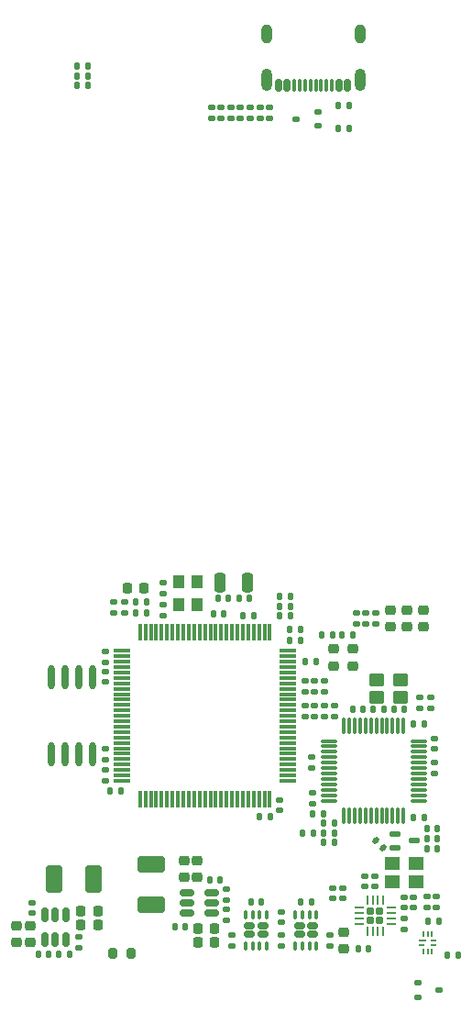
<source format=gbr>
%TF.GenerationSoftware,KiCad,Pcbnew,9.0.4-9.0.4-0~ubuntu24.04.1*%
%TF.CreationDate,2025-09-30T20:52:51+00:00*%
%TF.ProjectId,base-module,62617365-2d6d-46f6-9475-6c652e6b6963,1.1.1*%
%TF.SameCoordinates,Original*%
%TF.FileFunction,Paste,Top*%
%TF.FilePolarity,Positive*%
%FSLAX46Y46*%
G04 Gerber Fmt 4.6, Leading zero omitted, Abs format (unit mm)*
G04 Created by KiCad (PCBNEW 9.0.4-9.0.4-0~ubuntu24.04.1) date 2025-09-30 20:52:51*
%MOMM*%
%LPD*%
G01*
G04 APERTURE LIST*
G04 Aperture macros list*
%AMRoundRect*
0 Rectangle with rounded corners*
0 $1 Rounding radius*
0 $2 $3 $4 $5 $6 $7 $8 $9 X,Y pos of 4 corners*
0 Add a 4 corners polygon primitive as box body*
4,1,4,$2,$3,$4,$5,$6,$7,$8,$9,$2,$3,0*
0 Add four circle primitives for the rounded corners*
1,1,$1+$1,$2,$3*
1,1,$1+$1,$4,$5*
1,1,$1+$1,$6,$7*
1,1,$1+$1,$8,$9*
0 Add four rect primitives between the rounded corners*
20,1,$1+$1,$2,$3,$4,$5,0*
20,1,$1+$1,$4,$5,$6,$7,0*
20,1,$1+$1,$6,$7,$8,$9,0*
20,1,$1+$1,$8,$9,$2,$3,0*%
G04 Aperture macros list end*
%ADD10RoundRect,0.250001X0.999999X-0.499999X0.999999X0.499999X-0.999999X0.499999X-0.999999X-0.499999X0*%
%ADD11RoundRect,0.140000X-0.140000X-0.170000X0.140000X-0.170000X0.140000X0.170000X-0.140000X0.170000X0*%
%ADD12RoundRect,0.140000X0.170000X-0.140000X0.170000X0.140000X-0.170000X0.140000X-0.170000X-0.140000X0*%
%ADD13RoundRect,0.140000X0.140000X0.170000X-0.140000X0.170000X-0.140000X-0.170000X0.140000X-0.170000X0*%
%ADD14RoundRect,0.140000X-0.170000X0.140000X-0.170000X-0.140000X0.170000X-0.140000X0.170000X0.140000X0*%
%ADD15RoundRect,0.220000X0.220000X0.255000X-0.220000X0.255000X-0.220000X-0.255000X0.220000X-0.255000X0*%
%ADD16RoundRect,0.220000X0.255000X-0.220000X0.255000X0.220000X-0.255000X0.220000X-0.255000X-0.220000X0*%
%ADD17R,0.663000X0.225000*%
%ADD18R,0.563000X0.225000*%
%ADD19R,0.225000X0.563000*%
%ADD20RoundRect,0.225000X-0.250000X0.225000X-0.250000X-0.225000X0.250000X-0.225000X0.250000X0.225000X0*%
%ADD21RoundRect,0.150000X-0.512500X-0.150000X0.512500X-0.150000X0.512500X0.150000X-0.512500X0.150000X0*%
%ADD22RoundRect,0.220000X-0.255000X0.220000X-0.255000X-0.220000X0.255000X-0.220000X0.255000X0.220000X0*%
%ADD23RoundRect,0.225000X0.225000X0.250000X-0.225000X0.250000X-0.225000X-0.250000X0.225000X-0.250000X0*%
%ADD24RoundRect,0.250000X0.450000X0.350000X-0.450000X0.350000X-0.450000X-0.350000X0.450000X-0.350000X0*%
%ADD25RoundRect,0.075000X-0.075000X0.662500X-0.075000X-0.662500X0.075000X-0.662500X0.075000X0.662500X0*%
%ADD26RoundRect,0.075000X-0.662500X0.075000X-0.662500X-0.075000X0.662500X-0.075000X0.662500X0.075000X0*%
%ADD27RoundRect,0.150000X0.150000X0.425000X-0.150000X0.425000X-0.150000X-0.425000X0.150000X-0.425000X0*%
%ADD28RoundRect,0.075000X0.075000X0.500000X-0.075000X0.500000X-0.075000X-0.500000X0.075000X-0.500000X0*%
%ADD29O,1.000000X2.100000*%
%ADD30O,1.000000X1.800000*%
%ADD31RoundRect,0.112500X-0.237500X0.112500X-0.237500X-0.112500X0.237500X-0.112500X0.237500X0.112500X0*%
%ADD32R,1.100000X1.300000*%
%ADD33RoundRect,0.225000X-0.225000X-0.250000X0.225000X-0.250000X0.225000X0.250000X-0.225000X0.250000X0*%
%ADD34RoundRect,0.200000X-0.200000X-0.275000X0.200000X-0.275000X0.200000X0.275000X-0.200000X0.275000X0*%
%ADD35RoundRect,0.160000X-0.325000X0.160000X-0.325000X-0.160000X0.325000X-0.160000X0.325000X0.160000X0*%
%ADD36RoundRect,0.075000X-0.075000X0.350000X-0.075000X-0.350000X0.075000X-0.350000X0.075000X0.350000X0*%
%ADD37RoundRect,0.250000X0.250000X-0.650000X0.250000X0.650000X-0.250000X0.650000X-0.250000X-0.650000X0*%
%ADD38RoundRect,0.140000X0.219203X0.021213X0.021213X0.219203X-0.219203X-0.021213X-0.021213X-0.219203X0*%
%ADD39R,1.400000X1.200000*%
%ADD40O,0.630000X2.250000*%
%ADD41RoundRect,0.250001X-0.499999X-0.999999X0.499999X-0.999999X0.499999X0.999999X-0.499999X0.999999X0*%
%ADD42RoundRect,0.172500X-0.172500X0.172500X-0.172500X-0.172500X0.172500X-0.172500X0.172500X0.172500X0*%
%ADD43RoundRect,0.062500X-0.062500X0.350000X-0.062500X-0.350000X0.062500X-0.350000X0.062500X0.350000X0*%
%ADD44RoundRect,0.062500X-0.350000X0.062500X-0.350000X-0.062500X0.350000X-0.062500X0.350000X0.062500X0*%
%ADD45RoundRect,0.112500X0.237500X-0.112500X0.237500X0.112500X-0.237500X0.112500X-0.237500X-0.112500X0*%
%ADD46RoundRect,0.075000X-0.075000X0.725000X-0.075000X-0.725000X0.075000X-0.725000X0.075000X0.725000X0*%
%ADD47RoundRect,0.075000X-0.725000X0.075000X-0.725000X-0.075000X0.725000X-0.075000X0.725000X0.075000X0*%
%ADD48RoundRect,0.125000X0.345000X0.125000X-0.345000X0.125000X-0.345000X-0.125000X0.345000X-0.125000X0*%
%ADD49RoundRect,0.150000X-0.150000X0.512500X-0.150000X-0.512500X0.150000X-0.512500X0.150000X0.512500X0*%
G04 APERTURE END LIST*
D10*
%TO.C,L301*%
X107120720Y-134271542D03*
X107120720Y-130571542D03*
%TD*%
D11*
%TO.C,C420*%
X115578000Y-107597001D03*
X116578000Y-107597001D03*
%TD*%
D12*
%TO.C,R415*%
X115350000Y-61724998D03*
X115350000Y-60725000D03*
%TD*%
D13*
%TO.C,C423*%
X106672000Y-106327001D03*
X105672000Y-106327001D03*
%TD*%
D12*
%TO.C,C406*%
X108204000Y-107589001D03*
X108204000Y-106589001D03*
%TD*%
D14*
%TO.C,R903*%
X126850000Y-131625000D03*
X126850000Y-132625000D03*
%TD*%
D13*
%TO.C,R308*%
X127200000Y-138375000D03*
X126200000Y-138375000D03*
%TD*%
D15*
%TO.C,FB401*%
X106462000Y-105057001D03*
X104882000Y-105057001D03*
%TD*%
D12*
%TO.C,C501*%
X119100000Y-138075000D03*
X119100000Y-137075000D03*
%TD*%
D11*
%TO.C,R716*%
X123000000Y-128525000D03*
X124000000Y-128525000D03*
%TD*%
D14*
%TO.C,R306*%
X114070720Y-132821542D03*
X114070720Y-133821542D03*
%TD*%
D16*
%TO.C,D301*%
X124850000Y-138365000D03*
X124850000Y-136785000D03*
%TD*%
D14*
%TO.C,C427*%
X102870000Y-121829001D03*
X102870000Y-122829001D03*
%TD*%
D12*
%TO.C,C601*%
X114550000Y-138075000D03*
X114550000Y-137075000D03*
%TD*%
D13*
%TO.C,R301*%
X97650000Y-138871508D03*
X96650000Y-138871508D03*
%TD*%
D12*
%TO.C,R600*%
X119100000Y-135925000D03*
X119100000Y-134925000D03*
%TD*%
D14*
%TO.C,C400*%
X102870000Y-112734002D03*
X102870000Y-113734002D03*
%TD*%
D13*
%TO.C,C313*%
X114250000Y-106025000D03*
X113250000Y-106025000D03*
%TD*%
D11*
%TO.C,R801*%
X124350000Y-62675000D03*
X125350000Y-62675000D03*
%TD*%
D13*
%TO.C,C600*%
X117300000Y-134025000D03*
X116300000Y-134025000D03*
%TD*%
D11*
%TO.C,C314*%
X115200000Y-106025000D03*
X116200000Y-106025000D03*
%TD*%
D12*
%TO.C,R414*%
X114450000Y-61724998D03*
X114450000Y-60725000D03*
%TD*%
D17*
%TO.C,U801*%
X132131500Y-137600000D03*
D18*
X132081500Y-138000000D03*
D19*
X132250000Y-138568500D03*
X132650000Y-138568500D03*
X133050000Y-138568500D03*
D18*
X133218500Y-138000000D03*
X133218500Y-137600000D03*
D19*
X133050000Y-137031500D03*
X132650000Y-137031500D03*
X132250000Y-137031500D03*
%TD*%
D20*
%TO.C,C304*%
X94646542Y-136211059D03*
X94646542Y-137771059D03*
%TD*%
D14*
%TO.C,C305*%
X96090000Y-134071508D03*
X96090000Y-135071508D03*
%TD*%
D13*
%TO.C,R404*%
X119950000Y-107645000D03*
X118950000Y-107645000D03*
%TD*%
D12*
%TO.C,R416*%
X113550000Y-61724998D03*
X113550000Y-60725000D03*
%TD*%
D21*
%TO.C,U301*%
X110412500Y-133168050D03*
X110412500Y-134118050D03*
X110412500Y-135068050D03*
X112687500Y-135068050D03*
X112687500Y-134118050D03*
X112687500Y-133168050D03*
%TD*%
D13*
%TO.C,C500*%
X121900000Y-134025000D03*
X120900000Y-134025000D03*
%TD*%
D14*
%TO.C,R902*%
X127750000Y-131625000D03*
X127750000Y-132625000D03*
%TD*%
D16*
%TO.C,D400*%
X129240000Y-108665000D03*
X129240000Y-107085000D03*
%TD*%
D14*
%TO.C,R700*%
X121325000Y-115925000D03*
X121325000Y-116925000D03*
%TD*%
D11*
%TO.C,R405*%
X100228400Y-58685001D03*
X101228400Y-58685001D03*
%TD*%
D12*
%TO.C,R411*%
X126950000Y-108375000D03*
X126950000Y-107375000D03*
%TD*%
D14*
%TO.C,C410*%
X123100000Y-113600000D03*
X123100000Y-114600000D03*
%TD*%
D22*
%TO.C,D701*%
X125702000Y-110660000D03*
X125702000Y-112240000D03*
%TD*%
D13*
%TO.C,C422*%
X120888000Y-108867001D03*
X119888000Y-108867001D03*
%TD*%
D14*
%TO.C,R701*%
X124000000Y-115925000D03*
X124000000Y-116925000D03*
%TD*%
D13*
%TO.C,C424*%
X106680000Y-107343001D03*
X105680000Y-107343001D03*
%TD*%
%TO.C,C405*%
X120896000Y-109883001D03*
X119896000Y-109883001D03*
%TD*%
D23*
%TO.C,C301*%
X102180000Y-136171508D03*
X100620000Y-136171508D03*
%TD*%
D12*
%TO.C,C300*%
X100400000Y-138281508D03*
X100400000Y-137281508D03*
%TD*%
D16*
%TO.C,D402*%
X132240000Y-108665000D03*
X132240000Y-107085000D03*
%TD*%
D24*
%TO.C,Y700*%
X130150000Y-113525000D03*
X127950000Y-113525000D03*
X127950000Y-115125000D03*
X130150000Y-115125000D03*
%TD*%
D25*
%TO.C,U700*%
X130400000Y-117762500D03*
X129900000Y-117762500D03*
X129400000Y-117762500D03*
X128900000Y-117762500D03*
X128400000Y-117762500D03*
X127900000Y-117762500D03*
X127400000Y-117762500D03*
X126900000Y-117762500D03*
X126400000Y-117762500D03*
X125900000Y-117762500D03*
X125400000Y-117762500D03*
X124900000Y-117762500D03*
D26*
X123487500Y-119175000D03*
X123487500Y-119675000D03*
X123487500Y-120175000D03*
X123487500Y-120675000D03*
X123487500Y-121175000D03*
X123487500Y-121675000D03*
X123487500Y-122175000D03*
X123487500Y-122675000D03*
X123487500Y-123175000D03*
X123487500Y-123675000D03*
X123487500Y-124175000D03*
X123487500Y-124675000D03*
D25*
X124900000Y-126087500D03*
X125400000Y-126087500D03*
X125900000Y-126087500D03*
X126400000Y-126087500D03*
X126900000Y-126087500D03*
X127400000Y-126087500D03*
X127900000Y-126087500D03*
X128400000Y-126087500D03*
X128900000Y-126087500D03*
X129400000Y-126087500D03*
X129900000Y-126087500D03*
X130400000Y-126087500D03*
D26*
X131812500Y-124675000D03*
X131812500Y-124175000D03*
X131812500Y-123675000D03*
X131812500Y-123175000D03*
X131812500Y-122675000D03*
X131812500Y-122175000D03*
X131812500Y-121675000D03*
X131812500Y-121175000D03*
X131812500Y-120675000D03*
X131812500Y-120175000D03*
X131812500Y-119675000D03*
X131812500Y-119175000D03*
%TD*%
D11*
%TO.C,R707*%
X122850000Y-109375000D03*
X123850000Y-109375000D03*
%TD*%
D13*
%TO.C,C708*%
X128600000Y-116235000D03*
X127600000Y-116235000D03*
%TD*%
D14*
%TO.C,R705*%
X132900000Y-115125000D03*
X132900000Y-116125000D03*
%TD*%
%TO.C,R307*%
X114070720Y-134721542D03*
X114070720Y-135721542D03*
%TD*%
%TO.C,C425*%
X103640000Y-106343001D03*
X103640000Y-107343001D03*
%TD*%
D11*
%TO.C,R711*%
X132550000Y-128175000D03*
X133550000Y-128175000D03*
%TD*%
%TO.C,R710*%
X132550000Y-127275000D03*
X133550000Y-127275000D03*
%TD*%
%TO.C,R715*%
X123000000Y-127650000D03*
X124000000Y-127650000D03*
%TD*%
D14*
%TO.C,C801*%
X116250000Y-60725000D03*
X116250000Y-61725000D03*
%TD*%
D12*
%TO.C,C402*%
X102870000Y-111907001D03*
X102870000Y-110907001D03*
%TD*%
D27*
%TO.C,J800*%
X125250000Y-58715000D03*
X124450000Y-58715000D03*
D28*
X123300000Y-58715000D03*
X122300000Y-58715000D03*
X121800000Y-58715000D03*
X120800000Y-58715000D03*
D27*
X119650000Y-58715000D03*
X118850000Y-58715000D03*
X118850000Y-58715000D03*
X119650000Y-58715000D03*
D28*
X120300000Y-58715000D03*
X121300000Y-58715000D03*
X122800000Y-58715000D03*
X123800000Y-58715000D03*
D27*
X124450000Y-58715000D03*
X125250000Y-58715000D03*
D29*
X126370000Y-58140000D03*
D30*
X126370000Y-53960000D03*
D29*
X117730000Y-58140000D03*
D30*
X117730000Y-53960000D03*
%TD*%
D11*
%TO.C,C311*%
X109270720Y-136281542D03*
X110270720Y-136281542D03*
%TD*%
D31*
%TO.C,U402*%
X131707500Y-141512501D03*
X131707500Y-142812501D03*
X133707500Y-142162501D03*
%TD*%
D11*
%TO.C,C707*%
X129500000Y-116225000D03*
X130500000Y-116225000D03*
%TD*%
D14*
%TO.C,R901*%
X123900000Y-132725000D03*
X123900000Y-133725000D03*
%TD*%
D32*
%TO.C,Y400*%
X109665000Y-104515001D03*
X109665000Y-106615001D03*
X111315000Y-106615001D03*
X111315000Y-104515001D03*
%TD*%
D13*
%TO.C,R709*%
X133550000Y-129075000D03*
X132550000Y-129075000D03*
%TD*%
D14*
%TO.C,R805*%
X117150000Y-60725000D03*
X117150000Y-61725000D03*
%TD*%
%TO.C,R800*%
X118050000Y-60725000D03*
X118050000Y-61725000D03*
%TD*%
D33*
%TO.C,C310*%
X111420720Y-136481542D03*
X112980720Y-136481542D03*
%TD*%
D14*
%TO.C,R402*%
X122200000Y-113600000D03*
X122200000Y-114600000D03*
%TD*%
D12*
%TO.C,R702*%
X133300000Y-122175000D03*
X133300000Y-121175000D03*
%TD*%
D33*
%TO.C,C309*%
X111410271Y-137725000D03*
X112970271Y-137725000D03*
%TD*%
D12*
%TO.C,C900*%
X130450000Y-134575000D03*
X130450000Y-133575000D03*
%TD*%
D14*
%TO.C,C404*%
X118975000Y-124600000D03*
X118975000Y-125600000D03*
%TD*%
%TO.C,R802*%
X132550000Y-133525000D03*
X132550000Y-134525000D03*
%TD*%
%TO.C,C432*%
X108204000Y-104557001D03*
X108204000Y-105557001D03*
%TD*%
D11*
%TO.C,C701*%
X131350000Y-117625000D03*
X132350000Y-117625000D03*
%TD*%
D13*
%TO.C,R300*%
X99550000Y-138871508D03*
X98550000Y-138871508D03*
%TD*%
D11*
%TO.C,C700*%
X122000000Y-125875000D03*
X123000000Y-125875000D03*
%TD*%
D12*
%TO.C,R500*%
X123650000Y-138075000D03*
X123650000Y-137075000D03*
%TD*%
D14*
%TO.C,C704*%
X133290000Y-118922500D03*
X133290000Y-119922500D03*
%TD*%
D12*
%TO.C,C902*%
X131350000Y-134575000D03*
X131350000Y-133575000D03*
%TD*%
D11*
%TO.C,C312*%
X132650000Y-135775000D03*
X133650000Y-135775000D03*
%TD*%
D12*
%TO.C,C702*%
X122010000Y-124927500D03*
X122010000Y-123927500D03*
%TD*%
D14*
%TO.C,R706*%
X131950000Y-115125000D03*
X131950000Y-116125000D03*
%TD*%
D12*
%TO.C,R803*%
X133450000Y-134525000D03*
X133450000Y-133525000D03*
%TD*%
D20*
%TO.C,C307*%
X110108674Y-130191542D03*
X110108674Y-131751542D03*
%TD*%
D13*
%TO.C,C306*%
X113480720Y-131971542D03*
X112480720Y-131971542D03*
%TD*%
D12*
%TO.C,R401*%
X121300000Y-114600000D03*
X121300000Y-113600000D03*
%TD*%
D34*
%TO.C,F300*%
X103580000Y-138775000D03*
X105220000Y-138775000D03*
%TD*%
D11*
%TO.C,R714*%
X123000000Y-126775000D03*
X124000000Y-126775000D03*
%TD*%
D14*
%TO.C,R900*%
X124800000Y-132725000D03*
X124800000Y-133725000D03*
%TD*%
D35*
%TO.C,U600*%
X117400000Y-136225000D03*
X116200000Y-136225000D03*
X117400000Y-137025000D03*
X116200000Y-137025000D03*
D36*
X117775000Y-135175000D03*
X117125000Y-135175000D03*
X116475000Y-135175000D03*
X115825000Y-135175000D03*
X115825000Y-138075000D03*
X116475000Y-138075000D03*
X117125000Y-138075000D03*
X117775000Y-138075000D03*
%TD*%
D37*
%TO.C,X300*%
X113475000Y-104550000D03*
X115975000Y-104550000D03*
%TD*%
D13*
%TO.C,R406*%
X101228400Y-56885001D03*
X100228400Y-56885001D03*
%TD*%
D12*
%TO.C,R412*%
X126050000Y-108375000D03*
X126050000Y-107375000D03*
%TD*%
%TO.C,C706*%
X122200000Y-116925000D03*
X122200000Y-115925000D03*
%TD*%
D11*
%TO.C,C800*%
X124350000Y-60525000D03*
X125350000Y-60525000D03*
%TD*%
D23*
%TO.C,C302*%
X102180000Y-134909462D03*
X100620000Y-134909462D03*
%TD*%
D11*
%TO.C,C401*%
X112825000Y-107475000D03*
X113825000Y-107475000D03*
%TD*%
%TO.C,C705*%
X125700000Y-116235000D03*
X126700000Y-116235000D03*
%TD*%
D38*
%TO.C,R712*%
X128553553Y-129028553D03*
X127846447Y-128321447D03*
%TD*%
D14*
%TO.C,R708*%
X121900000Y-120675000D03*
X121900000Y-121675000D03*
%TD*%
D13*
%TO.C,C403*%
X104325000Y-123750000D03*
X103325000Y-123750000D03*
%TD*%
D12*
%TO.C,R410*%
X127850000Y-108375000D03*
X127850000Y-107375000D03*
%TD*%
D39*
%TO.C,Y900*%
X131600000Y-130475000D03*
X129400000Y-130475000D03*
X129400000Y-132175000D03*
X131600000Y-132175000D03*
%TD*%
D35*
%TO.C,U500*%
X122000000Y-136225000D03*
X120800000Y-136225000D03*
X122000000Y-137025000D03*
X120800000Y-137025000D03*
D36*
X122375000Y-135175000D03*
X121725000Y-135175000D03*
X121075000Y-135175000D03*
X120425000Y-135175000D03*
X120425000Y-138075000D03*
X121075000Y-138075000D03*
X121725000Y-138075000D03*
X122375000Y-138075000D03*
%TD*%
D11*
%TO.C,R713*%
X124750000Y-109375000D03*
X125750000Y-109375000D03*
%TD*%
%TO.C,C415*%
X118960000Y-105865000D03*
X119960000Y-105865000D03*
%TD*%
D40*
%TO.C,U100*%
X101705000Y-113320000D03*
X100435000Y-113320000D03*
X99155000Y-113320000D03*
X97885000Y-113320000D03*
X97885000Y-120380000D03*
X99155000Y-120380000D03*
X100435000Y-120380000D03*
X101705000Y-120380000D03*
%TD*%
D16*
%TO.C,D700*%
X123952000Y-112240000D03*
X123952000Y-110660000D03*
%TD*%
D41*
%TO.C,L300*%
X98100000Y-131921508D03*
X101800000Y-131921508D03*
%TD*%
D12*
%TO.C,C100*%
X102850000Y-120925000D03*
X102850000Y-119925000D03*
%TD*%
D42*
%TO.C,U302*%
X128225000Y-134887500D03*
X127375000Y-134887500D03*
X128225000Y-135737500D03*
X127375000Y-135737500D03*
D43*
X128550000Y-133850000D03*
X128050000Y-133850000D03*
X127550000Y-133850000D03*
X127050000Y-133850000D03*
D44*
X126337500Y-134562500D03*
X126337500Y-135062500D03*
X126337500Y-135562500D03*
X126337500Y-136062500D03*
D43*
X127050000Y-136775000D03*
X127550000Y-136775000D03*
X128050000Y-136775000D03*
X128550000Y-136775000D03*
D44*
X129262500Y-136062500D03*
X129262500Y-135562500D03*
X129262500Y-135062500D03*
X129262500Y-134562500D03*
%TD*%
D45*
%TO.C,U401*%
X122470000Y-62435001D03*
X122470000Y-61135001D03*
X120470000Y-61785001D03*
%TD*%
D14*
%TO.C,C426*%
X104656000Y-106335001D03*
X104656000Y-107335001D03*
%TD*%
D11*
%TO.C,C703*%
X131350000Y-126275000D03*
X132350000Y-126275000D03*
%TD*%
D16*
%TO.C,D401*%
X130750000Y-108665000D03*
X130750000Y-107085000D03*
%TD*%
D46*
%TO.C,U400*%
X118065000Y-109175000D03*
X117565000Y-109175000D03*
X117065000Y-109175000D03*
X116565000Y-109175000D03*
X116065000Y-109175000D03*
X115565000Y-109175000D03*
X115065000Y-109175000D03*
X114565000Y-109175000D03*
X114065000Y-109175000D03*
X113565000Y-109175000D03*
X113065000Y-109175000D03*
X112565000Y-109175000D03*
X112065000Y-109175000D03*
X111565000Y-109175000D03*
X111065000Y-109175000D03*
X110565000Y-109175000D03*
X110065000Y-109175000D03*
X109565000Y-109175000D03*
X109065000Y-109175000D03*
X108565000Y-109175000D03*
X108065000Y-109175000D03*
X107565000Y-109175000D03*
X107065000Y-109175000D03*
X106565000Y-109175000D03*
X106065000Y-109175000D03*
D47*
X104390000Y-110850000D03*
X104390000Y-111350000D03*
X104390000Y-111850000D03*
X104390000Y-112350000D03*
X104390000Y-112850000D03*
X104390000Y-113350000D03*
X104390000Y-113850000D03*
X104390000Y-114350000D03*
X104390000Y-114850000D03*
X104390000Y-115350000D03*
X104390000Y-115850000D03*
X104390000Y-116350000D03*
X104390000Y-116850000D03*
X104390000Y-117350000D03*
X104390000Y-117850000D03*
X104390000Y-118350000D03*
X104390000Y-118850000D03*
X104390000Y-119350000D03*
X104390000Y-119850000D03*
X104390000Y-120350000D03*
X104390000Y-120850000D03*
X104390000Y-121350000D03*
X104390000Y-121850000D03*
X104390000Y-122350000D03*
X104390000Y-122850000D03*
D46*
X106065000Y-124525000D03*
X106565000Y-124525000D03*
X107065000Y-124525000D03*
X107565000Y-124525000D03*
X108065000Y-124525000D03*
X108565000Y-124525000D03*
X109065000Y-124525000D03*
X109565000Y-124525000D03*
X110065000Y-124525000D03*
X110565000Y-124525000D03*
X111065000Y-124525000D03*
X111565000Y-124525000D03*
X112065000Y-124525000D03*
X112565000Y-124525000D03*
X113065000Y-124525000D03*
X113565000Y-124525000D03*
X114065000Y-124525000D03*
X114565000Y-124525000D03*
X115065000Y-124525000D03*
X115565000Y-124525000D03*
X116065000Y-124525000D03*
X116565000Y-124525000D03*
X117065000Y-124525000D03*
X117565000Y-124525000D03*
X118065000Y-124525000D03*
D47*
X119740000Y-122850000D03*
X119740000Y-122350000D03*
X119740000Y-121850000D03*
X119740000Y-121350000D03*
X119740000Y-120850000D03*
X119740000Y-120350000D03*
X119740000Y-119850000D03*
X119740000Y-119350000D03*
X119740000Y-118850000D03*
X119740000Y-118350000D03*
X119740000Y-117850000D03*
X119740000Y-117350000D03*
X119740000Y-116850000D03*
X119740000Y-116350000D03*
X119740000Y-115850000D03*
X119740000Y-115350000D03*
X119740000Y-114850000D03*
X119740000Y-114350000D03*
X119740000Y-113850000D03*
X119740000Y-113350000D03*
X119740000Y-112850000D03*
X119740000Y-112350000D03*
X119740000Y-111850000D03*
X119740000Y-111350000D03*
X119740000Y-110850000D03*
%TD*%
D13*
%TO.C,R403*%
X119960000Y-106765000D03*
X118960000Y-106765000D03*
%TD*%
D12*
%TO.C,R703*%
X123100000Y-116925000D03*
X123100000Y-115925000D03*
%TD*%
D20*
%TO.C,C308*%
X111370720Y-130191542D03*
X111370720Y-131751542D03*
%TD*%
D12*
%TO.C,R407*%
X112650000Y-61725000D03*
X112650000Y-60725000D03*
%TD*%
D11*
%TO.C,C434*%
X121354999Y-111850000D03*
X122354999Y-111850000D03*
%TD*%
D48*
%TO.C,Q700*%
X129600000Y-127725000D03*
X129600000Y-129025000D03*
X131400000Y-128375000D03*
%TD*%
D14*
%TO.C,C904*%
X130450000Y-135525000D03*
X130450000Y-136525000D03*
%TD*%
D11*
%TO.C,C421*%
X117094000Y-126139001D03*
X118094000Y-126139001D03*
%TD*%
D13*
%TO.C,C416*%
X101228400Y-57785001D03*
X100228400Y-57785001D03*
%TD*%
D11*
%TO.C,R804*%
X134450000Y-138925000D03*
X135450000Y-138925000D03*
%TD*%
D49*
%TO.C,U300*%
X99203492Y-135213288D03*
X98253492Y-135213288D03*
X97303492Y-135213288D03*
X97303492Y-137488288D03*
X98253492Y-137488288D03*
X99203492Y-137488288D03*
%TD*%
D20*
%TO.C,C303*%
X95890000Y-136221508D03*
X95890000Y-137781508D03*
%TD*%
D11*
%TO.C,R704*%
X121050000Y-127650000D03*
X122050000Y-127650000D03*
%TD*%
M02*

</source>
